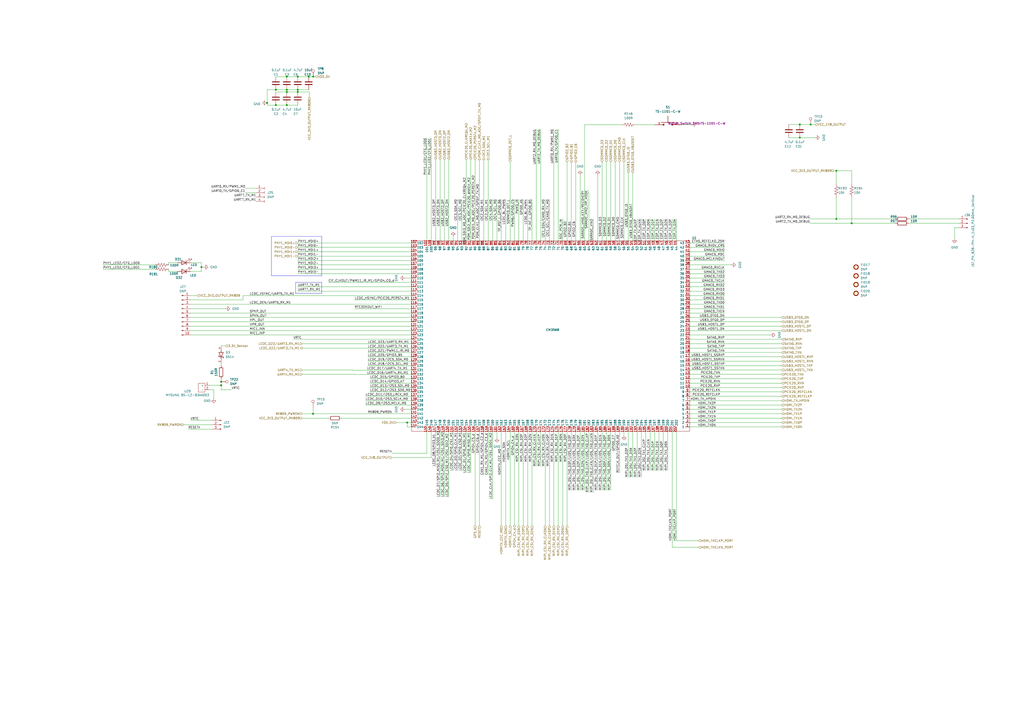
<source format=kicad_sch>
(kicad_sch (version 20231120) (generator "eeschema") (generator_version "8.0")
  (paper "A2")
  (junction (at 128.27 223.52))
  (junction (at 172.72 52.07))
  (junction (at 166.37 53.34))
  (junction (at 181.6803 44.45))
  (junction (at 236.22 245.11))
  (junction (at 166.37 52.07))
  (junction (at 179.07 44.45))
  (junction (at 470.2454 72.2187))
  (junction (at 160.02 60.96))
  (junction (at 463.9378 79.8387))
  (junction (at 154.94 59.69))
  (junction (at 128.27 221.4273))
  (junction (at 172.72 53.34))
  (junction (at 116.84 154.94))
  (junction (at 172.72 44.45))
  (junction (at 160.02 52.07))
  (junction (at 166.37 60.96))
  (junction (at 494.03 129.54))
  (junction (at 485.14 99.06))
  (junction (at 485.14 127))
  (junction (at 181.61 240.03))
  (junction (at 463.9378 72.2187))
  (junction (at 166.37 44.45))
  (wire (pts (xy 336.55 101.6) (xy 336.55 139.7)))
  (wire (pts (xy 213.36 209.55) (xy 238.76 209.55)))
  (wire (pts (xy 278.13 139.7) (xy 278.13 92.71)))
  (wire (pts (xy 349.25 250.19) (xy 349.25 284.48)))
  (wire (pts (xy 121.4405 223.52) (xy 128.27 223.52)))
  (wire (pts (xy 262.89 137.16) (xy 262.89 139.7)))
  (wire (pts (xy 331.47 250.19) (xy 331.47 284.48)))
  (wire (pts (xy 204.47 214.63) (xy 204.47 214.7035)))
  (wire (pts (xy 140.97 171.45) (xy 238.76 171.45)))
  (wire (pts (xy 234.95 161.29) (xy 238.76 161.29)))
  (wire (pts (xy 361.95 252.73) (xy 361.95 250.19)))
  (wire (pts (xy 110.49 179.07) (xy 130.81 179.07)))
  (wire (pts (xy 400.05 234.95) (xy 453.39 234.95)))
  (wire (pts (xy 349.25 93.98) (xy 349.25 139.7)))
  (wire (pts (xy 463.9378 72.2187) (xy 470.2454 72.2187)))
  (wire (pts (xy 323.85 74.93) (xy 323.85 139.7)))
  (wire (pts (xy 205.74 173.99) (xy 238.76 173.99)))
  (wire (pts (xy 323.85 250.19) (xy 323.85 304.8)))
  (wire (pts (xy 175.26 242.57) (xy 190.5 242.57)))
  (wire (pts (xy 172.72 158.75) (xy 238.76 158.75)))
  (wire (pts (xy 110.49 189.23) (xy 238.76 189.23)))
  (wire (pts (xy 227.33 262.89) (xy 247.65 262.89)))
  (wire (pts (xy 318.77 115.57) (xy 318.77 139.7)))
  (wire (pts (xy 116.84 154.94) (xy 116.84 157.48)))
  (wire (pts (xy 369.57 127) (xy 369.57 139.7)))
  (wire (pts (xy 483.87 99.06) (xy 485.14 99.06)))
  (wire (pts (xy 469.9 127) (xy 485.14 127)))
  (wire (pts (xy 288.29 139.7) (xy 288.29 115.57)))
  (wire (pts (xy 400.05 242.57) (xy 453.39 242.57)))
  (wire (pts (xy 336.55 250.19) (xy 336.55 284.48)))
  (wire (pts (xy 369.57 250.19) (xy 369.57 276.86)))
  (wire (pts (xy 400.05 156.21) (xy 420.37 156.21)))
  (wire (pts (xy 214.63 224.79) (xy 238.76 224.79)))
  (wire (pts (xy 205.74 217.2435) (xy 216.6905 217.2435)))
  (wire (pts (xy 556.26 127) (xy 527.05 127)))
  (wire (pts (xy 172.72 148.59) (xy 238.76 148.59)))
  (wire (pts (xy 278.13 250.19) (xy 278.13 304.8)))
  (wire (pts (xy 400.05 214.63) (xy 453.39 214.63)))
  (wire (pts (xy 339.09 250.19) (xy 339.09 284.48)))
  (wire (pts (xy 213.36 207.01) (xy 238.76 207.01)))
  (wire (pts (xy 384.81 250.19) (xy 384.81 273.05)))
  (wire (pts (xy 400.05 161.29) (xy 420.37 161.29)))
  (wire (pts (xy 142.24 109.22) (xy 148.59 109.22)))
  (wire (pts (xy 494.03 106.68) (xy 494.03 99.06)))
  (wire (pts (xy 295.9367 266.7) (xy 295.9367 304.7421)))
  (wire (pts (xy 400.05 204.47) (xy 453.39 204.47)))
  (wire (pts (xy 494.03 129.54) (xy 519.43 129.54)))
  (wire (pts (xy 485.14 99.06) (xy 485.14 106.68)))
  (wire (pts (xy 387.35 127) (xy 387.35 139.7)))
  (wire (pts (xy 110.49 186.69) (xy 238.76 186.69)))
  (wire (pts (xy 389.89 250.19) (xy 389.89 317.5)))
  (wire (pts (xy 154.94 52.07) (xy 154.94 59.69)))
  (wire (pts (xy 326.39 250.19) (xy 326.39 304.8)))
  (wire (pts (xy 238.76 234.95) (xy 212.09 234.95)))
  (wire (pts (xy 110.49 194.31) (xy 238.76 194.31)))
  (wire (pts (xy 400.05 191.77) (xy 453.39 191.77)))
  (wire (pts (xy 400.05 199.39) (xy 453.39 199.39)))
  (wire (pts (xy 351.79 250.19) (xy 351.79 284.48)))
  (wire (pts (xy 334.01 250.19) (xy 334.01 284.48)))
  (wire (pts (xy 553.72 132.08) (xy 553.72 138.43)))
  (wire (pts (xy 351.79 93.98) (xy 351.79 139.7)))
  (wire (pts (xy 400.05 209.55) (xy 453.39 209.55)))
  (wire (pts (xy 236.22 245.11) (xy 238.76 245.11)))
  (wire (pts (xy 172.72 151.13) (xy 238.76 151.13)))
  (wire (pts (xy 400.05 245.11) (xy 453.39 245.11)))
  (wire (pts (xy 334.01 93.9594) (xy 334.01 139.7)))
  (wire (pts (xy 354.33 250.19) (xy 354.33 284.48)))
  (wire (pts (xy 160.02 44.45) (xy 166.37 44.45)))
  (wire (pts (xy 273.05 250.19) (xy 273.05 274.32)))
  (wire (pts (xy 400.05 237.49) (xy 453.39 237.49)))
  (wire (pts (xy 339.09 72.3102) (xy 339.09 139.7)))
  (wire (pts (xy 326.39 127) (xy 326.39 139.7)))
  (wire (pts (xy 102.87 152.4) (xy 97.79 152.4)))
  (wire (pts (xy 250.19 265.43) (xy 250.19 250.19)))
  (wire (pts (xy 175.26 199.39) (xy 238.76 199.39)))
  (wire (pts (xy 298.45 115.57) (xy 298.45 139.7)))
  (wire (pts (xy 290.83 139.7) (xy 290.83 115.57)))
  (wire (pts (xy 123.9805 226.1335) (xy 121.4405 226.1335)))
  (wire (pts (xy 311.15 250.19) (xy 311.15 270.51)))
  (wire (pts (xy 97.79 152.4) (xy 97.79 153.67)))
  (wire (pts (xy 172.72 140.97) (xy 238.76 140.97)))
  (wire (pts (xy 367.03 250.19) (xy 367.03 276.86)))
  (wire (pts (xy 172.72 156.21) (xy 238.76 156.21)))
  (wire (pts (xy 344.17 127) (xy 344.17 139.7)))
  (wire (pts (xy 400.05 201.93) (xy 453.39 201.93)))
  (wire (pts (xy 377.19 250.19) (xy 377.19 273.05)))
  (wire (pts (xy 166.37 44.45) (xy 172.72 44.45)))
  (wire (pts (xy 400.05 184.15) (xy 453.39 184.15)))
  (wire (pts (xy 229.87 245.11) (xy 236.22 245.11)))
  (wire (pts (xy 59.69 153.67) (xy 90.17 153.67)))
  (wire (pts (xy 265.43 139.7) (xy 265.43 115.57)))
  (wire (pts (xy 267.97 250.19) (xy 267.97 273.05)))
  (wire (pts (xy 190.5 163.83) (xy 238.76 163.83)))
  (wire (pts (xy 172.72 52.07) (xy 166.37 52.07)))
  (wire (pts (xy 311.15 74.93) (xy 311.15 139.7)))
  (wire (pts (xy 400.05 232.41) (xy 453.39 232.41)))
  (wire (pts (xy 341.1505 112.0971) (xy 341.63 112.0971)))
  (wire (pts (xy 344.17 250.19) (xy 344.17 285.75)))
  (wire (pts (xy 321.31 74.93) (xy 321.31 139.7)))
  (wire (pts (xy 238.76 229.87) (xy 212.09 229.87)))
  (wire (pts (xy 172.72 143.51) (xy 238.76 143.51)))
  (wire (pts (xy 400.05 222.25) (xy 453.39 222.25)))
  (wire (pts (xy 283.21 139.7) (xy 283.21 92.6609)))
  (wire (pts (xy 160.02 53.34) (xy 166.37 53.34)))
  (wire (pts (xy 485.14 127) (xy 519.43 127)))
  (wire (pts (xy 170.18 196.85) (xy 238.76 196.85)))
  (wire (pts (xy 400.05 240.03) (xy 453.39 240.03)))
  (wire (pts (xy 400.05 168.91) (xy 420.37 168.91)))
  (wire (pts (xy 257.81 250.19) (xy 257.81 288.29)))
  (wire (pts (xy 400.05 181.61) (xy 420.37 181.61)))
  (wire (pts (xy 306.07 115.57) (xy 306.07 139.7)))
  (wire (pts (xy 341.63 250.19) (xy 341.63 285.75)))
  (wire (pts (xy 379.73 250.19) (xy 379.73 273.05)))
  (wire (pts (xy 382.27 127) (xy 382.27 139.7)))
  (wire (pts (xy 339.09 72.3102) (xy 360.7793 72.3102)))
  (wire (pts (xy 295.91 139.7) (xy 295.91 93.98)))
  (wire (pts (xy 400.05 219.71) (xy 453.39 219.71)))
  (wire (pts (xy 316.23 115.57) (xy 316.23 139.7)))
  (wire (pts (xy 356.87 250.19) (xy 356.87 261.62)))
  (wire (pts (xy 102.87 157.48) (xy 97.79 157.48)))
  (wire (pts (xy 368.3993 72.3102) (xy 379.8293 72.3102)))
  (wire (pts (xy 300.99 250.19) (xy 300.99 304.8)))
  (wire (pts (xy 123.9805 231.2135) (xy 123.9805 226.1335)))
  (wire (pts (xy 382.27 250.19) (xy 382.27 273.05)))
  (wire (pts (xy 318.77 250.19) (xy 318.77 304.8)))
  (wire (pts (xy 128.27 212.09) (xy 128.27 210.82)))
  (wire (pts (xy 400.05 173.99) (xy 420.37 173.99)))
  (wire (pts (xy 275.59 250.19) (xy 275.59 304.8)))
  (wire (pts (xy 142.24 111.76) (xy 148.59 111.76)))
  (wire (pts (xy 128.27 226.1335) (xy 134.294 226.1335)))
  (wire (pts (xy 234.95 237.49) (xy 238.76 237.49)))
  (wire (pts (xy 400.05 207.01) (xy 453.39 207.01)))
  (wire (pts (xy 172.72 166.37) (xy 238.76 166.37)))
  (wire (pts (xy 128.27 221.4273) (xy 128.27 223.52)))
  (wire (pts (xy 198.12 242.57) (xy 238.76 242.57)))
  (wire (pts (xy 384.81 127) (xy 384.81 139.7)))
  (wire (pts (xy 172.72 44.45) (xy 179.07 44.45)))
  (wire (pts (xy 341.1505 110.2999) (xy 341.1505 112.0971)))
  (wire (pts (xy 485.14 114.3) (xy 485.14 127)))
  (wire (pts (xy 213.36 212.09) (xy 238.76 212.09)))
  (wire (pts (xy 457.5878 72.2187) (xy 463.9378 72.2187)))
  (wire (pts (xy 116.84 152.4) (xy 110.49 152.4)))
  (wire (pts (xy 341.63 112.0971) (xy 341.63 139.7)))
  (wire (pts (xy 313.69 250.19) (xy 313.69 270.51)))
  (wire (pts (xy 400.05 140.97) (xy 420.37 140.97)))
  (wire (pts (xy 252.73 250.19) (xy 252.73 270.51)))
  (wire (pts (xy 372.11 127) (xy 372.11 139.7)))
  (wire (pts (xy 205.74 179.07) (xy 238.76 179.07)))
  (wire (pts (xy 166.37 53.34) (xy 172.72 53.34)))
  (wire (pts (xy 265.43 250.19) (xy 265.43 273.05)))
  (wire (pts (xy 262.89 250.19) (xy 262.89 273.05)))
  (wire (pts (xy 154.94 60.96) (xy 160.02 60.96)))
  (wire (pts (xy 280.67 92.71) (xy 280.67 139.7)))
  (wire (pts (xy 303.53 115.57) (xy 303.53 139.7)))
  (wire (pts (xy 400.05 186.69) (xy 453.39 186.69)))
  (wire (pts (xy 179.07 52.07) (xy 172.72 52.07)))
  (wire (pts (xy 321.31 250.19) (xy 321.31 304.8)))
  (wire (pts (xy 328.93 93.98) (xy 328.93 139.7)))
  (wire (pts (xy 236.22 247.65) (xy 236.22 245.11)))
  (wire (pts (xy 179.07 44.45) (xy 181.6803 44.45)))
  (wire (pts (xy 214.63 222.25) (xy 238.76 222.25)))
  (wire (pts (xy 213.36 204.47) (xy 238.76 204.47)))
  (wire (pts (xy 400.05 179.07) (xy 420.37 179.07)))
  (wire (pts (xy 469.9 129.54) (xy 494.03 129.54)))
  (wire (pts (xy 313.69 74.93) (xy 313.69 139.7)))
  (wire (pts (xy 400.05 247.65) (xy 453.39 247.65)))
  (wire (pts (xy 160.02 60.96) (xy 166.37 60.96)))
  (wire (pts (xy 400.05 196.85) (xy 453.39 196.85)))
  (wire (pts (xy 130.81 200.66) (xy 128.27 200.66)))
  (wire (pts (xy 308.61 250.19) (xy 308.61 304.8)))
  (wire (pts (xy 179.4488 53.34) (xy 172.72 53.34)))
  (wire (pts (xy 400.05 212.09) (xy 453.39 212.09)))
  (wire (pts (xy 205.74 217.17) (xy 205.74 217.2435)))
  (wire (pts (xy 172.72 168.91) (xy 238.76 168.91)))
  (wire (pts (xy 300.99 115.57) (xy 300.99 139.7)))
  (wire (pts (xy 400.05 224.79) (xy 453.39 224.79)))
  (wire (pts (xy 175.26 240.03) (xy 181.61 240.03)))
  (wire (pts (xy 379.73 127) (xy 379.73 139.7)))
  (wire (pts (xy 400.05 148.59) (xy 420.37 148.59)))
  (wire (pts (xy 238.76 232.41) (xy 212.09 232.41)))
  (wire (pts (xy 316.23 250.19) (xy 316.23 304.8)))
  (wire (pts (xy 260.35 250.19) (xy 260.35 288.29)))
  (wire (pts (xy 400.05 143.51) (xy 420.37 143.51)))
  (wire (pts (xy 361.95 93.98) (xy 361.95 139.7)))
  (wire (pts (xy 110.49 176.53) (xy 238.76 176.53)))
  (wire (pts (xy 204.47 214.7035) (xy 215.4205 214.7035)))
  (wire (pts (xy 283.21 250.19) (xy 283.21 275.59)))
  (wire (pts (xy 227.33 265.43) (xy 250.19 265.43)))
  (wire (pts (xy 470.2454 72.2187) (xy 472.8278 72.2187)))
  (wire (pts (xy 59.69 156.21) (xy 90.17 156.21)))
  (wire (pts (xy 494.03 129.54) (xy 494.03 114.3)))
  (wire (pts (xy 179.4488 53.34) (xy 179.4488 56.2945)))
  (wire (pts (xy 359.41 250.19) (xy 359.41 274.32)))
  (wire (pts (xy 400.05 189.23) (xy 453.39 189.23)))
  (wire (pts (xy 110.49 243.84) (xy 123.19 243.84)))
  (wire (pts (xy 424.18 153.67) (xy 400.05 153.67)))
  (wire (pts (xy 260.35 92.71) (xy 260.35 139.7)))
  (wire (pts (xy 374.65 127) (xy 374.65 139.7)))
  (wire (pts (xy 110.49 184.15) (xy 238.76 184.15)))
  (wire (pts (xy 118.11 154.94) (xy 116.84 154.94)))
  (wire (pts (xy 267.97 139.7) (xy 267.97 115.57)))
  (wire (pts (xy 389.89 127) (xy 389.89 139.7)))
  (wire (pts (xy 97.79 157.48) (xy 97.79 156.21)))
  (wire (pts (xy 293.37 139.7) (xy 293.37 115.57)))
  (wire (pts (xy 172.72 146.05) (xy 238.76 146.05)))
  (wire (pts (xy 364.49 250.19) (xy 364.49 276.86)))
  (wire (pts (xy 400.05 176.53) (xy 420.37 176.53)))
  (wire (pts (xy 285.75 250.19) (xy 285.75 289.56)))
  (wire (pts (xy 494.03 99.06) (xy 485.14 99.06)))
  (wire (pts (xy 273.05 139.7) (xy 273.05 92.71)))
  (wire (pts (xy 270.51 250.19) (xy 270.51 274.32)))
  (wire (pts (xy 400.05 171.45) (xy 420.37 171.45)))
  (wire (pts (xy 160.02 52.07) (xy 154.94 52.07)))
  (wire (pts (xy 295.9367 266.7) (xy 295.91 266.7)))
  (wire (pts (xy 140.97 173.99) (xy 110.49 173.99)))
  (wire (pts (xy 181.61 240.03) (xy 238.76 240.03)))
  (wire (pts (xy 128.27 219.71) (xy 128.27 221.4273)))
  (wire (pts (xy 400.05 158.75) (xy 420.37 158.75)))
  (wire (pts (xy 116.84 154.94) (xy 116.84 152.4)))
  (wire (pts (xy 556.26 132.08) (xy 553.72 132.08)))
  (wire (pts (xy 175.26 242.57) (xy 175.26 242.5564)))
  (wire (pts (xy 387.35 250.19) (xy 387.35 273.05)))
  (wire (pts (xy 346.71 250.19) (xy 346.71 284.48)))
  (wire (pts (xy 181.6803 44.45) (xy 182.88 44.45)))
  (wire (pts (xy 405.13 313.69) (xy 392.43 313.69)))
  (wire (pts (xy 308.61 115.57) (xy 308.61 139.7)))
  (wire (pts (xy 400.05 166.37) (xy 420.37 166.37)))
  (wire (pts (xy 392.43 127) (xy 392.43 139.7)))
  (wire (pts (xy 457.5878 79.8387) (xy 463.9378 79.8387)))
  (wire (pts (xy 303.53 250.19) (xy 303.53 304.8)))
  (wire (pts (xy 356.87 93.98) (xy 356.87 139.7)))
  (wire (pts (xy 214.63 219.71) (xy 238.76 219.71)))
  (wire (pts (xy 175.26 201.93) (xy 238.76 201.93)))
  (wire (pts (xy 463.9378 79.8387) (xy 472.8278 79.8387)))
  (wire (pts (xy 166.37 52.07) (xy 160.02 52.07)))
  (wire (pts (xy 106.68 246.38) (xy 123.19 246.38)))
  (wire (pts (xy 346.71 101.6) (xy 346.71 139.7)))
  (wire (pts (xy 328.93 250.19) (xy 328.93 304.8)))
  (wire (pts (xy 110.49 171.45) (xy 114.3 171.45)))
  (wire (pts (xy 377.19 127) (xy 377.19 139.7)))
  (wire (pts (xy 293.37 250.19) (xy 293.37 304.8)))
  (wire (pts (xy 447.04 194.31) (xy 400.05 194.31)))
  (wire (pts (xy 405.13 317.5) (xy 389.89 317.5)))
  (wire (pts (xy 354.33 93.98) (xy 354.33 139.7)))
  (wire (pts (xy 140.97 171.45) (xy 140.97 173.99)))
  (wire (pts (xy 175.26 217.17) (xy 205.74 217.17)))
  (wire (pts (xy 110.49 191.77) (xy 238.76 191.77)))
  (wire (pts (xy 288.29 254) (xy 288.29 250.19)))
  (wire (pts (xy 400.05 146.05) (xy 420.37 146.05)))
  (wire (pts (xy 359.41 93.98) (xy 359.41 139.7)))
  (wire (pts (xy 290.83 250.19) (xy 290.83 304.8)))
  (wire (pts (xy 295.91 266.7) (xy 295.91 250.19)))
  (wire (pts (xy 270.51 139.7) (xy 270.51 92.71)))
  (wire (pts (xy 166.37 60.96) (xy 172.72 60.96)))
  (wire (pts (xy 110.49 181.61) (xy 238.76 181.61)))
  (wire (pts (xy 214.63 227.33) (xy 238.76 227.33)))
  (wire (pts (xy 128.27 226.1335) (xy 128.27 223.52)))
  (wire (pts (xy 331.47 93.9594) (xy 331.47 139.7)))
  (wire (pts (xy 400.05 163.83) (xy 420.37 163.83)))
  (wire (pts (xy 275.59 139.7) (xy 275.59 92.71)))
  (wire (pts (xy 109.22 248.92) (xy 123.19 248.92)))
  (wire (pts (xy 252.73 92.71) (xy 252.73 139.7)))
  (wire (pts (xy 280.67 250.19) (xy 280.67 275.59)))
  (wire (pts (xy 250.19 80.01) (xy 250.19 139.7)))
  (wire (pts (xy 400.05 229.87) (xy 453.39 229.87)))
  (wire (pts (xy 154.94 59.69) (xy 154.94 60.96)))
  (wire (pts (xy 400.05 151.13) (xy 420.37 151.13)))
  (wire (pts (xy 181.61 236.22) (xy 181.61 240.03)))
  (wire (pts (xy 374.65 250.19) (xy 374.65 273.05)))
  (wire (pts (xy 255.27 92.71) (xy 255.27 139.7)))
  (wire (pts (xy 238.76 247.65) (xy 236.22 247.65)))
  (wire (pts (xy 372.11 250.19) (xy 372.11 276.86)))
  (wire (pts (xy 364.49 100.33) (xy 364.49 139.7)))
  (wire (pts (xy 247.65 80.01) (xy 247.65 139.7)))
  (wire (pts (xy 172.72 153.67) (xy 238.76 153.67)))
  (wire (pts (xy 556.26 129.54) (xy 527.05 129.54)))
  (wire (pts (xy 257.81 92.71) (xy 257.81 139.7)))
  (wire (pts (xy 285.75 139.7) (xy 285.75 115.57)))
  (wire (pts (xy 400.05 217.17) (xy 453.39 217.17)))
  (wire (pts (xy 392.43 250.19) (xy 392.43 313.69)))
  (wire (pts (xy 215.4205 214.7035) (xy 238.76 214.63)))
  (wire (pts (xy 255.27 250.19) (xy 255.27 288.29)))
  (wire (pts (xy 247.65 250.19) (xy 247.65 262.89)))
  (wire (pts (xy 395.0693 72.3102) (xy 401.4193 72.3102)))
  (wire (pts (xy 298.45 250.19) (xy 298.45 304.8)))
  (wire (pts (xy 216.6905 217.2435) (xy 238.76 217.17)))
  (wire (pts (xy 306.07 250.19) (xy 306.07 304.8)))
  (wire (pts (xy 116.84 157.48) (xy 110.49 157.48)))
  (wire (pts (xy 121.4405 223.52) (xy 121.4405 223.5935)))
  (wire (pts (xy 175.26 214.63) (xy 204.47 214.63)))
  (wire (pts (xy 400.05 227.33) (xy 453.39 227.33)))
  (wire (pts (xy 367.03 100.33) (xy 367.03 139.7)))
  (rectangle (start 171.45 163.83) (end 186.69 170.18))
  (rectangle (start 157.48 137.16) (end 186.69 160.02))
  (label "SARADC_VIN0_KEY{slash}RECOVERY" (at 339.09 110.49 270))
  (label "MIPI_DSI_TX1_D3N" (at 367.03 276.86 90))
  (label "UART7_RX_M1" (at 148.59 116.84 180))
  (label "GMAC0_RXD1" (at 420.37 173.99 180))
  (label "LCDC_D12{slash}I2S3_SD0_M0" (at 214.63 227.33 0))
  (label "MIPI_DSI_TX0_D3P{slash}LVDS_TX0_D3P" (at 331.47 284.48 90))
  (label "MIPI_DSI_TX1_CLKN" (at 377.19 273.05 90))
  (label "UART0_RX{slash}PWM1_M0" (at 321.31 74.93 270))
  (label "LCDC_D9{slash}I2S3_MCLK_M0" (at 212.09 234.95 0))
  (label "UART0_TX{slash}GPIO0_C1" (at 142.24 111.76 180))
  (label "SATA0_TXN" (at 420.37 204.47 180))
  (label "USB2_HOST2_DN" (at 260.35 115.57 270))
  (label "MIPI_DSI_TX1_D1N" (at 382.27 273.05 90))
  (label "MIPI_DSI_TX0_D2P{slash}LVDS_TX0_D2P" (at 336.55 284.48 90))
  (label "SOC_PCM_IN" (at 326.39 127 270))
  (label "TP_RST_L_GPIO0_B6" (at 290.83 115.57 270))
  (label "LCDC_D13{slash}I2S3_SDI_M0" (at 214.63 224.79 0))
  (label "LCDC_VSYNC{slash}UART5_TX_M1" (at 144.78 171.45 0))
  (label "HDMITX_CEC_M0" (at 290.83 275.59 90))
  (label "PHY1_LED2{slash}CFG_LDO1" (at 250.19 80.01 270))
  (label "HDMITX_SDA" (at 293.37 267.97 90))
  (label "SATA0_TXP" (at 420.37 201.93 180))
  (label "PCIE20_RXN" (at 417.83 222.25 180))
  (label "SDMMC0_D3" (at 349.25 125.73 270))
  (label "USB3_HOST1_SSTXP" (at 420.37 212.09 180))
  (label "CAN1_RX_M1{slash}GPIO4_C2_d" (at 280.67 275.59 90))
  (label "PCIE20_RXP" (at 417.83 224.79 180))
  (label "GPIO4_C6_d" (at 278.13 262.89 90))
  (label "HDMI_TX0N" (at 415.29 247.65 180))
  (label "GMAC0_TXD1" (at 420.37 179.07 180))
  (label "GMAC0_MDC" (at 420.37 148.59 180))
  (label "MIPI_CSI_RX_D2P" (at 306.07 267.97 90))
  (label "EDP_TX_D0P" (at 374.65 127 270))
  (label "HDMI_TX2N" (at 415.29 237.49 180))
  (label "EDP_TX_D2P" (at 384.81 127 270))
  (label "LCDC_D18{slash}I2C5_SCL_M0" (at 213.36 212.09 0))
  (label "LCDC_D7{slash}SPI2_MISO_M1{slash}I2S1_SDO0_M2" (at 255.27 288.29 90))
  (label "UART0_RX{slash}PWM1_M0" (at 142.24 109.22 180))
  (label "GMAC0_MCLKINOUT" (at 420.37 151.13 180))
  (label "UART7_TX_M1" (at 172.72 166.37 0))
  (label "VRTC" (at 110.49 243.84 0))
  (label "GMAC0_TXD0" (at 420.37 176.53 180))
  (label "MIPI_DSI_TX1_D1P" (at 379.73 273.05 90))
  (label "UART7_TX_M1" (at 148.59 114.3 180))
  (label "SATA0_RXP" (at 420.37 196.85 180))
  (label "HPR_OUT" (at 144.78 189.23 0))
  (label "I2C4_SCL_M0" (at 288.29 115.57 270))
  (label "MIPI_CSI_RX_CLK0N" (at 316.23 270.51 90))
  (label "I2C2_SDA_M1" (at 280.67 115.57 270))
  (label "GPIO4_C4_d" (at 298.45 264.16 90))
  (label "LCDC_D3{slash}SPI0_CLK_M1" (at 265.43 273.05 90))
  (label "SARADC_VIN3" (at 344.17 127 270))
  (label "UART2_RX_M0_DEBUG" (at 311.15 74.93 270))
  (label "SPKP_OUT" (at 144.78 181.61 0))
  (label "PCIE20_TXN" (at 417.83 217.17 180))
  (label "LCDC_D11{slash}I2S3_LRCK_M0" (at 212.09 229.87 0))
  (label "MIPI_DSI_TX0_D3N{slash}LVDS_TX0_D3N" (at 334.01 284.48 90))
  (label "RTC32KOUT_WIFI" (at 205.74 179.07 0))
  (label "PHY1_LED1{slash}CFG_LDO0" (at 247.65 80.01 270))
  (label "GMAC0_TXD3" (at 420.37 161.29 180))
  (label "USB2_HOST2_DP" (at 257.81 115.57 270))
  (label "GMAC0_TXD2" (at 420.37 158.75 180))
  (label "GPIO2_B2" (at 328.93 128.27 270))
  (label "SDMMC0_D2" (at 351.79 125.73 270))
  (label "LCDC_D8{slash}GPIO3_A1" (at 252.73 270.51 90))
  (label "EDP_TX_D1P" (at 379.73 127 270))
  (label "PHY1_MDI2+" (at 172.72 151.13 0))
  (label "I2C4_SDA_M0" (at 285.75 115.57 270))
  (label "SATA0_RXN" (at 420.37 199.39 180))
  (label "ETH0_REFCLKO_25M" (at 420.37 140.97 180))
  (label "HDMI_TX1N" (at 415.29 242.57 180))
  (label "USB2_HOST3_DP" (at 252.73 115.57 270))
  (label "MIPI_DSI_TX0_D1P{slash}LVDS_TX0_D1P" (at 346.71 284.48 90))
  (label "PCIE20_TXP" (at 417.83 219.71 180))
  (label "PHY1_MDI0-" (at 172.72 143.51 0))
  (label "UART0_TX{slash}GPIO0_C1" (at 323.85 74.93 270))
  (label "REFCLK_OUT{slash}GPIO0_A0" (at 359.41 274.32 90))
  (label "USB3_HOST1_DN" (at 420.37 191.77 180))
  (label "MIPI_CSI_RX_CLK1P" (at 313.69 270.51 90))
  (label "MIPI_DSI_TX0_D0P{slash}LVDS_TX0_D0P" (at 351.79 284.48 90))
  (label "HPL_OUT" (at 144.78 186.69 0))
  (label "EDP_TX_D1N" (at 382.27 127 270))
  (label "LCDC_D5{slash}SPI2_CS0_M1{slash}I2S1_SDI2_M2" (at 260.35 288.29 90))
  (label "MIPI_CSI_RX_D0N" (at 326.39 267.97 90))
  (label "PDM_SDI3_M0_ADC{slash}PCIE20_CLKREQn_M2" (at 270.51 102.87 270))
  (label "HDMI_TXCLKP_PORT" (at 392.43 313.69 90))
  (label "PHY1_MDI1+" (at 172.72 146.05 0))
  (label "SDMMC0_DET_L" (at 295.91 115.57 270))
  (label "HDMI_TXCLKN_PORT" (at 389.89 313.69 90))
  (label "USB3_OTG0_DP" (at 420.37 186.69 180))
  (label "LCDC_D14{slash}GPIO3_A7" (at 214.63 222.25 0))
  (label "GMAC0_RXCLK" (at 420.37 156.21 180))
  (label "MIPI_DSI_TX0_CLKN{slash}LVDS_TX0_CLKN" (at 344.17 285.75 90))
  (label "HDMI_TX0P" (at 415.29 245.11 180))
  (label "MIPI_DSI_TX1_D2N" (at 372.11 276.86 90))
  (label "GPIO0_A5" (at 303.53 115.57 270))
  (label "LCDC_CLK{slash}SPI2_CLK_M1{slash}I2S1_SDO1_M2" (at 285.75 289.56 90))
  (label "LCDC_D15{slash}GPIO3_B0" (at 214.63 219.71 0))
  (label "MIPI_DSI_TX0_D2N{slash}LVDS_TX0_D2N" (at 339.09 284.48 90))
  (label "LCDC_HSYNC{slash}PCIE20_PERSTn_M1" (at 205.74 173.99 0))
  (label "LCDC_D21{slash}PWM11_IR_M0" (at 213.36 204.47 0))
  (label "PHY1_MDI3+" (at 172.72 156.21 0))
  (label "MIPI_DSI_TX0_CLKP{slash}LVDS_TX0_CLKP" (at 341.63 285.75 90))
  (label "MIPI_CSI_RX_CLK1N" (at 311.15 270.51 90))
  (label "USB3_HOST1_SSTXN" (at 420.37 214.63 180))
  (label "PHY1_LED2{slash}CFG_LDO1" (at 59.69 156.21 0))
  (label "EDP_TX_AUXP" (at 369.57 127 270))
  (label "MIPI_CSI_RX_D3N" (at 300.99 267.97 90))
  (label "RESETn" (at 227.33 262.89 180))
  (label "SDMMC0_D1" (at 354.33 125.73 270))
  (label "LCDC_D16{slash}UART4_RX_M1" (at 212.8805 217.2435 0))
  (label "VRTC" (at 170.18 196.85 0))
  (label "GMAC0_TXCLK" (at 420.37 163.83 180))
  (label "UART7_RX_M1" (at 172.72 168.91 0))
  (label "MIPI_CSI_RX_CLK0P" (at 318.77 270.51 90))
  (label "LCDC_D1{slash}SPI0_MOSI_M1" (at 270.51 274.32 90))
  (label "LCDC_D20{slash}GPIO3_B5" (at 213.36 207.01 0))
  (label "MIPI_CSI_RX_D1N" (at 321.31 267.97 90))
  (label "EDP_TX_D2N" (at 387.35 127 270))
  (label "PDM_SDI2_M0_ADC{slash}PCIE20_WAKEn_M2" (at 273.05 102.87 270))
  (label "UART2_RX_M0_DEBUG" (at 469.9 127 180))
  (label "USB3_OTG0_DN" (at 420.37 184.15 180))
  (label "CAN1_TX_M1{slash}GPIO4_C3_d" (at 283.21 275.59 90))
  (label "RESETn" (at 109.22 248.92 0))
  (label "PCIE20_REFCLKP" (at 417.83 229.87 180))
  (label "MIPI_CSI_RX_D1P" (at 323.85 267.97 90))
  (label "SDMMC0_CLK" (at 361.95 125.73 270))
  (label "CIF_CLKOUT{slash}PWM11_IR_M1{slash}GPIO4_C0_d" (at 190.5 163.83 0))
  (label "GMAC0_TXEN" (at 420.37 181.61 180))
  (label "MIPI_DSI_TX1_D3P" (at 364.49 276.86 90))
  (label "PHY1_LED2{slash}CFG_LDO0" (at 59.69 153.67 0))
  (label "GPIO0_C7" (at 356.87 261.62 90))
  (label "PDM_SDI1_M0_ADC{slash}PCIE20_PERSTn_M2" (at 275.59 101.6 270))
  (label "I2C3_SCL_M0" (at 267.97 115.57 270))
  (label "USB3_HOST1_SSRXN" (at 420.37 209.55 180))
  (label "SDMMC0_CMD" (at 359.41 125.73 270))
  (label "MIPI_DSI_TX0_D0N{slash}LVDS_TX0_D0N" (at 354.33 284.48 90))
  (label "MIC1_INN" (at 144.78 191.77 0))
  (label "PDM_CLK1_M0_ADC{slash}SPDIF_TX_M0" (at 278.13 106.68 270))
  (label "GPIO4_C5_d" (at 275.59 262.89 90))
  (label "GPIO2_B1" (at 331.47 128.27 270))
  (label "LCDC_D17{slash}UART4_TX_M1" (at 212.8805 214.7035 0))
  (label "PCIE20_REFCLKN" (at 417.83 227.33 180))
  (label "MIC1_INP" (at 144.78 194.31 0))
  (label "SDMMC0_D0" (at 356.87 125.73 270))
  (label "GMAC0_RXDV_CRS" (at 420.37 143.51 180))
  (label "SARADC_VIN2_HP_HOOK" (at 341.1505 110.2999 270))
  (label "USB3_OTG0_ID" (at 364.49 118.11 270))
  (label "EDP_TX_AUXN" (at 372.11 127 270))
  (label "HDMITX_SCL" (at 295.91 266.7 90))
  (label "LCD1_BL_PWM5" (at 293.37 115.57 270))
  (label "EDP_TX_D3P" (at 389.89 127 270))
  (label "LCDC_D1{slash}SPI0_MISO_M1" (at 273.05 274.32 90))
  (label "PHY1_MDI1-" (at 172.72 148.59 0))
  (label "MIPI_DSI_TX1_CLKP" (at 374.65 273.05 90))
  (label "LCDC_D19{slash}I2C5_SDA_M0" (at 213.36 209.55 0))
  (label "LCD0_BL_PWM4" (at 306.07 115.57 270))
  (label "SPKN_OUT" (at 144.78 184.15 0))
  (label "GPIO2_C6" (at 334.01 128.27 270))
  (label "HDMI_TX1P" (at 415.29 240.03 180))
  (label "PWM6{slash}GPIO0_C5" (at 298.45 115.57 270))
  (label "GMAC0_MDIO" (at 420.37 146.05 180))
  (label "EDP_TX_D3N" (at 392.43 127 270))
  (label "MIPI_DSI_TX0_D1N{slash}LVDS_TX0_D1N" (at 349.25 284.48 90))
  (label "I2C1_SDA{slash}CAN0_RX_M0" (at 316.23 115.57 270))
  (label "MIPI_DSI_TX1_D0N" (at 387.35 273.05 90))
  (label "LCDC_DEN{slash}UART5_RX_M1" (at 144.78 176.53 0))
  (label "USB2_HOST3_DN" (at 255.27 115.57 270))
  (label "VRTC" (at 134.294 226.1335 0))
  (label "LCDC_D22{slash}UART3_TX_M1" (at 213.36 201.93 0))
  (label "RK809_PWRON" (at 213.36 240.03 0))
  (label "MIPI_CSI_RX_D3P" (at 303.53 267.97 90))
  (label "PHY1_MDI0+" (at 172.72 140.97 0))
  (label "PWM3_IR" (at 300.99 115.57 270))
  (label "GMAC0_RXD0" (at 420.37 171.45 180))
  (label "LCDC_D4{slash}SPI0_CS1_M1" (at 262.89 273.05 90))
  (label "EDP_TX_D0N" (at 377.19 127 270))
  (label "LCDC_D10{slash}I2S3_SCLK_M0" (at 212.09 232.41 0))
  (label "MIPI_CSI_RX_D2N" (at 308.61 267.97 90))
  (label "UART2_TX_M0_DEBUG" (at 313.69 74.93 270))
  (label "GMAC0_RXD3" (at 420.37 168.91 180))
  (label "I2C2_SCL_M1" (at 283.21 115.57 270))
  (label "LCDC_D2{slash}SPI0_CS0_M1" (at 267.97 273.05 90))
  (label "USB3_HOST1_DP" (at 420.37 189.23 180))
  (label "USB3_OTG0_VBUSDET" (at 367.03 118.11 270))
  (label "HDMI_TX2P" (at 415.29 234.95 180))
  (label "MIPI_DSI_TX1_D0P" (at 384.81 273.05 90))
  (label "LCDC_D6{slash}SPI2_MOSI_M1{slash}I2S1_SDI3_M2" (at 257.81 288.29 90))
  (label "I2C3_SDA_M0" (at 265.43 115.57 270))
  (label "MIPI_CSI_RX_D0P" (at 328.93 267.97 90))
  (label "LCDC_D23{slash}UART3_RX_M1" (at 213.36 199.39 0))
  (label "I2C1_SCL{slash}CAN0_TX_M0" (at 318.77 115.57 270))
  (label "HDMI_TX_HPDIN" (at 415.29 232.41 180))
  (label "UART2_TX_M0_DEBUG" (at 469.9 129.54 180))
  (label "PHY1_MDI2-" (at 172.72 153.67 0))
  (label "MIPI_DSI_TX1_D2P" (at 369.57 276.86 90))
  (label "PHY1_MDI3-" (at 172.72 158.75 0))
  (label "GMAC0_RXD2" (at 420.37 166.37 180))
  (label "USB3_HOST1_SSRXP" (at 420.37 207.01 180))
  (label "TP_INT_L_GPIO0_B5" (at 308.61 115.57 270))
  (hierarchical_label "SDMMC0_D1" (shape input) (at 354.33 93.98 90))
  (hierarchical_label "I2C2_SCL_M1" (shape output) (at 283.21 92.6609 90))
  (hierarchical_label "HDMI_TX2N" (shape input) (at 453.39 237.49 0))
  (hierarchical_label "HDMI_TX0N" (shape input) (at 453.39 247.65 0))
  (hierarchical_label "VCC_1V8_OUTPUT" (shape input) (at 472.8278 72.2187 0))
  (hierarchical_label "VDD_5V" (shape input) (at 182.88 44.45 0))
  (hierarchical_label "USB3_OTG0_DN" (shape input) (at 453.39 184.15 0))
  (hierarchical_label "HDMITX_CEC_M0" (shape input) (at 290.83 304.8 270))
  (hierarchical_label "PHY1_MDI0+" (shape input) (at 172.72 140.97 180))
  (hierarchical_label "SDMMC0_D2" (shape input) (at 351.79 93.98 90))
  (hierarchical_label "PHY1_MDI1-" (shape input) (at 172.72 148.59 180))
  (hierarchical_label "MIPI_CSI_RX_D0P" (shape input) (at 328.93 304.8 270))
  (hierarchical_label "SATA0_TXP" (shape input) (at 453.39 201.93 0))
  (hierarchical_label "PCIE20_REFCLKN" (shape input) (at 453.39 227.33 0))
  (hierarchical_label "USB3_HOST1_RXN" (shape input) (at 453.39 209.55 0))
  (hierarchical_label "PDM_CLK1_M0_ADC{slash}SPDIF_TX_M0" (shape output) (at 278.13 92.71 90))
  (hierarchical_label "USB3_HOST1_TXN" (shape input) (at 453.39 214.63 0))
  (hierarchical_label "MIPI_CSI_RX_D1N" (shape input) (at 321.31 304.8 270))
  (hierarchical_label "SDMMC0_D3" (shape input) (at 349.25 93.98 90))
  (hierarchical_label "USB2_HOST3_DP" (shape input) (at 252.73 92.71 90))
  (hierarchical_label "HDMI_TX_HPDIN" (shape input) (at 453.39 232.41 0))
  (hierarchical_label "VDD_5V" (shape input) (at 229.87 245.11 180))
  (hierarchical_label "HDMI_TX1N" (shape input) (at 453.39 242.57 0))
  (hierarchical_label "RK809_PWRON" (shape input) (at 106.68 246.38 180))
  (hierarchical_label "HDMITX_SCL" (shape input) (at 295.9367 304.7421 270))
  (hierarchical_label "PCIE20_REFCLKP" (shape input) (at 453.39 229.87 0))
  (hierarchical_label "HDMI_TX2P" (shape input) (at 453.39 234.95 0))
  (hierarchical_label "MIPI_CSI_RX_D2P" (shape input) (at 306.07 304.8 270))
  (hierarchical_label "PCIE20_TXN" (shape input) (at 453.39 217.17 0))
  (hierarchical_label "PCIE20_RXN" (shape input) (at 453.39 222.25 0))
  (hierarchical_label "USB3_OTG0_DP" (shape input) (at 453.39 186.69 0))
  (hierarchical_label "LCDC_D22{slash}UART3_TX_M1" (shape output) (at 175.26 201.93 180))
  (hierarchical_label "MIPI_CSI_RX_CLK0N" (shape input) (at 316.23 304.8 270))
  (hierarchical_label "USB2_HOST3_DN" (shape input) (at 255.27 92.71 90))
  (hierarchical_label "I2C2_SDA_M1" (shape output) (at 280.67 92.71 90))
  (hierarchical_label "SATA0_RXP" (shape input) (at 453.39 196.85 0))
  (hierarchical_label "PCIE20_RXP" (shape input) (at 453.39 224.79 0))
  (hierarchical_label "MIPI_CSI_RX_D1P" (shape input) (at 323.85 304.8 270))
  (hierarchical_label "USB3_OTG0_VBUSDET" (shape input) (at 367.03 100.33 90))
  (hierarchical_label "SDMMC0_CMD" (shape input) (at 359.41 93.98 90))
  (hierarchical_label "MIPI_CSI_RX_D0N" (shape input) (at 326.39 304.8 270))
  (hierarchical_label "HDMI_TXCLKP_PORT" (shape input) (at 405.13 313.69 0))
  (hierarchical_label "SATA0_RXN" (shape input) (at 453.39 199.39 0))
  (hierarchical_label "PHY1_MDI1+" (shape input) (at 172.72 146.05 180))
  (hierarchical_label "HDMI_TX0P" (shape input) (at 453.39 245.11 0))
  (hierarchical_label "HDMITX_SDA" (shape input) (at 293.37 304.8 270))
  (hierarchical_label "RESET" (shape input) (at 278.13 304.8 270))
  (hierarchical_label "SDMMC0_CLK" (shape input) (at 361.95 93.98 90))
  (hierarchical_label "MIPI_CSI_RX_D2N" (shape input) (at 308.61 304.8 270))
  (hierarchical_label "VCC_1V8_OUTPUT" (shape input) (at 227.33 265.43 180))
  (hierarchical_label "USB3_HOST1_DN" (shape input) (at 453.39 191.77 0))
  (hierarchical_label "GPIO2_B2" (shape input) (at 328.93 93.98 90))
  (hierarchical_label "PCIE20_CLKREQn_M2" (shape input) (at 270.51 92.71 90))
  (hierarchical_label "VCC_3V3_OUTPUT_RK809" (shape input) (at 179.4488 56.2945 270))
  (hierarchical_label "LCDC_D23{slash}UART3_RX_M1" (shape input) (at 175.26 199.39 180))
  (hierarchical_label "PCIE20_PERSTn_M2" (shape input) (at 275.59 92.71 90))
  (hierarchical_label "USB3_HOST1_TXP" (shape input) (at 453.39 212.09 0))
  (hierarchical_label "USB2_HOST2_DP" (shape input) (at 257.81 92.71 90))
  (hierarchical_label "PCIE20_WAKEn_M2" (shape input) (at 273.05 92.71 90))
  (hierarchical_label "SDMMC0_D0" (shape input) (at 356.87 93.98 90))
  (hierarchical_label "HDMI_TXCLKN_PORT" (shape input) (at 405.13 317.5 0))
  (hierarchical_label "VCC_3V3_OUTPUT_RK809" (shape input) (at 114.3 171.45 0))
  (hierarchical_label "GPIO2_B1" (shape output) (at 331.47 93.9594 90))
  (hierarchical_label "SDMMC0_DET_L" (shape input) (at 295.91 93.98 90))
  (hierarchical_label "GPIO2_C6" (shape output) (at 334.01 93.9594 90))
  (hierarchical_label "MIPI_CSI_RX_D3P" (shape input) (at 303.53 304.8 270))
  (hierarchical_label "MIPI_CSI_RX_CLK0P" (shape input) (at 318.77 304.8 270))
  (hierarchical_label "PCIE20_TXP" (shape input) (at 453.39 219.71 0))
  (hierarchical_label "3.3V_Sensor" (shape input) (at 130.81 200.66 0))
  (hierarchical_label "USB3_OTG0_ID" (shape input) (at 364.49 100.33 90))
  (hierarchical_label "HDMI_TX1P" (shape input) (at 453.39 240.03 0))
  (hierarchical_label "RK809_PWRON" (shape input) (at 175.26 240.03 180))
  (hierarchical_label "PHY1_MDI0-" (shape input) (at 172.72 143.51 180))
  (hierarchical_label "VCC_3V3_OUTPUT_RK809" (shape input) (at 483.87 99.06 180))
  (hierarchical_label "GP3_A" (shape input) (at 275.59 304.8 270))
  (hierarchical_label "MIPI_CSI_RX_D3N" (shape input) (at 300.99 304.8 270))
  (hierarchical_label "UART4_TX_M1" (shape input) (at 175.26 214.63 180))
  (hierarchical_label "SATA0_TXN" (shape input) (at 453.39 204.47 0))
  (hierarchical_label "USB3_HOST1_RXP" (shape input) (at 453.39 207.01 0))
  (hierarchical_label "USB2_HOST2_DN" (shape input) (at 260.35 92.71 90))
  (hierarchical_label "VCC_3V3_OUTPUT_RK809" (shape input) (at 175.26 242.57 180))
  (hierarchical_label "USB3_HOST1_DP" (shape input) (at 453.39 189.23 0))
  (hierarchical_label "UART4_RX_M1" (shape input) (at 175.26 217.17 180))
  (hierarchical_label "GPIO4_C4_d" (shape output) (at 298.45 304.8 270))
  (symbol (lib_id "Device:C") (at 172.72 48.26 0) (unit 1)
    (property "Reference" "C6" (at 170.18 43.18 0) (effects (justify left)))
    (property "Value" "4.7uF" (at 170.18 40.64 0) (effects (justify left)))
    (property "Footprint" "Capacitor_SMD:C_0603_1608Metric" (effects (hide yes)))
    (property "MPN" "CL10A475KO8NNNC" (effects (hide yes)))
  )
  (symbol (lib_id "SS14:SS14") (at 128.27 205.74 270) (unit 1)
    (property "Reference" "D3" (at 130.81 204.4699 90) (effects (justify left)))
    (property "Value" "SS14" (at 130.81 207.0099 90) (effects (justify left)))
    (property "Footprint" "SS14:DIOM4325X250N" (effects (hide yes)))
    (property "STANDARD" "IPC-7351B" (effects (hide yes)))
    (property "MAXIMUM_PACKAGE_HEIGHT" "2.5 mm" (effects (hide yes)))
    (property "MANUFACTURER" "Taiwan Semiconductor" (effects (hide yes)))
    (property "PARTREV" "O2102" (effects (hide yes)))
    (property "MPN" "SS14 SOD-123FL" (effects (hide yes)))
  )
  (symbol (lib_id "power:GND") (at 234.95 237.49 270) (unit 1)
    (property "Reference" "#PWR044" (effects (hide yes)))
    (property "Value" "GND" (at 229.87 237.49 0))
  )
  (symbol (lib_id "power:GND") (at 336.55 101.6 180) (unit 1)
    (property "Reference" "#PWR047" (effects (hide yes)))
    (property "Value" "GND" (at 336.55 96.52 0))
  )
  (symbol (lib_id "power:GND") (at 361.95 252.73 0) (unit 1)
    (property "Reference" "#PWR049" (effects (hide yes)))
    (property "Value" "GND" (at 361.95 257.81 0))
  )
  (symbol (lib_id "Mechanical:Fiducial") (at 496.57 170.18 0) (unit 1)
    (property "Reference" "FID20" (at 499.11 168.9099 0) (effects (justify left)))
    (property "Value" "DNP" (at 499.11 171.4499 0) (effects (justify left)))
    (property "Footprint" "Fiducial:Fiducial_0.5mm_Mask1mm" (effects (hide yes)))
    (property "Description" "Fiducial Marker" (effects (hide yes)))
  )
  (symbol (lib_id "Device:R_US") (at 494.03 110.49 180) (unit 1)
    (property "Reference" "R194" (at 495.3 109.22 0) (effects (justify right)))
    (property "Value" "10K" (at 495.3 111.76 0) (effects (justify right)))
    (property "Footprint" "Resistor_SMD:R_0603_1608Metric" (effects (hide yes)))
    (property "Description" "Resistor, US symbol" (effects (hide yes)))
    (property "MPN" "0603WAF1002T5E" (effects (hide yes)))
  )
  (symbol (lib_id "Connector:Conn_01x03_Pin") (at 561.34 129.54 0) (mirror y) (unit 1)
    (property "Reference" "J36" (at 559.308 124.714 0) (effects (justify right)))
    (property "Value" "JST_PH_B2B-PH-K_1x03_P2.00mm_Vertical" (at 564.388 112.776 90) (effects (justify right)))
    (property "Footprint" "Connector_JST:JST_PH_B3B-PH-K_1x03_P2.00mm_Vertical" (effects (hide yes)))
    (property "Description" "Generic connector, single row, 01x03, script generated" (effects (hide yes)))
    (property "MPN" "JST_PH_B2B-PH-K_1x03_P2.00mm_Vertical" (effects (hide yes)))
  )
  (symbol (lib_id "Device:C") (at 160.02 57.15 0) (unit 1)
    (property "Reference" "C2" (at 158.75 66.04 0) (effects (justify left)))
    (property "Value" "0.1uF" (at 157.48 63.5 0) (effects (justify left)))
    (property "Footprint" "Capacitor_SMD:C_0603_1608Metric" (effects (hide yes)))
  )
  (symbol (lib_id "Device:LED") (at 106.68 152.4 180) (unit 1)
    (property "Reference" "D31" (at 103.378 150.368 0))
    (property "Value" "LED" (at 112.522 153.67 0))
    (property "Footprint" "LED_SMD:LED_0402_1005Metric" (effects (hide yes)))
    (property "Description" "Light emitting diode" (effects (hide yes)))
  )
  (symbol (lib_id "power:GND") (at 288.29 254 0) (unit 1)
    (property "Reference" "#PWR046" (effects (hide yes)))
    (property "Value" "GND" (at 288.29 259.08 0))
  )
  (symbol (lib_id "Device:R") (at 194.31 242.57 90) (unit 1)
    (property "Reference" "R154" (at 194.31 247.8278 90))
    (property "Value" "DNP" (at 194.31 245.5164 90))
    (property "Footprint" "Resistor_SMD:R_0603_1608Metric" (effects (hide yes)))
  )
  (symbol (lib_id "Mechanical:Fiducial") (at 496.57 160.02 0) (unit 1)
    (property "Reference" "FID18" (at 499.11 158.7499 0) (effects (justify left)))
    (property "Value" "DNP" (at 499.11 161.2899 0) (effects (justify left)))
    (property "Footprint" "Fiducial:Fiducial_0.5mm_Mask1mm" (effects (hide yes)))
    (property "Description" "Fiducial Marker" (effects (hide yes)))
  )
  (symbol (lib_id "Device:R") (at 128.27 215.9 0) (unit 1)
    (property "Reference" "R1" (at 123.0122 215.9 90))
    (property "Value" "150R" (at 125.3236 215.9 90))
    (property "Footprint" "Resistor_SMD:R_0603_1608Metric" (effects (hide yes)))
    (property "MPN" "0603WAF1500T5E" (effects (hide yes)))
  )
  (symbol (lib_id "Device:R_US") (at 93.98 153.67 90) (unit 1)
    (property "Reference" "R180" (at 88.9 154.94 90))
    (property "Value" "100R" (at 101.092 153.924 90))
    (property "Footprint" "Resistor_SMD:R_0603_1608Metric" (effects (hide yes)))
    (property "Description" "Resistor, US symbol" (effects (hide yes)))
    (property "MPN" "0603WAF1000T5E" (effects (hide yes)))
  )
  (symbol (lib_id "TL1015AF160QG:TL1015AF160QG") (at 387.4493 72.3102 0) (unit 1)
    (property "Reference" "S1" (at 387.4493 62.1502 0))
    (property "Value" "TS-1101-C-W" (at 387.4493 64.6902 0))
    (property "Footprint" "Button_Switch_SMD:TS-1101-C-W" (at 387.4493 72.3102 0) (effects (justify left bottom)))
    (property "Description" "\\nTactile Switch SPST-NO Top Actuated Surface Mount\\n" (effects (hide yes)))
    (property "MAXIMUM_PACKAGE_HEIGHT" "2.1 mm" (effects (hide yes)))
    (property "Package" "None" (effects (hide yes)))
    (property "Price" "None" (effects (hide yes)))
    (property "Check_prices" "https://www.snapeda.com/parts/TL1015AF160QG/E-Switch/view-part/?ref=eda" (effects (hide yes)))
    (property "STANDARD" "Manufacturer Recommendations" (effects (hide yes)))
    (property "PARTREV" "F" (effects (hide yes)))
    (property "SnapEDA_Link" "https://www.snapeda.com/parts/TL1015AF160QG/E-Switch/view-part/?ref=snap" (effects (hide yes)))
    (property "MP" "TL1015AF160QG" (effects (hide yes)))
    (property "Purchase-URL" "https://www.snapeda.com/api/url_track_click_mouser/?unipart_id=298646&manufacturer=E-Switch&part_name=TL1015AF160QG&search_term=switch" (effects (hide yes)))
    (property "Availability" "In Stock" (effects (hide yes)))
    (property "MANUFACTURER" "E-Switch" (effects (hide yes)))
    (property "MPN" "6*3.6*2.5mm 立贴 轻触开关" (effects (hide yes)))
  )
  (symbol (lib_id "Device:C") (at 160.02 48.26 0) (unit 1)
    (property "Reference" "C1" (at 158.75 43.18 0) (effects (justify left)))
    (property "Value" "0.1uF" (at 157.48 40.64 0) (effects (justify left)))
    (property "Footprint" "Capacitor_SMD:C_0603_1608Metric" (effects (hide yes)))
  )
  (symbol (lib_id "power:GND") (at 346.71 101.6 180) (unit 1)
    (property "Reference" "#PWR048" (effects (hide yes)))
    (property "Value" "GND" (at 346.71 96.52 0))
  )
  (symbol (lib_id "Device:C") (at 457.5878 76.0287 0) (unit 1)
    (property "Reference" "C12" (at 455.0478 84.9187 0) (effects (justify left)))
    (property "Value" "4.7uF" (at 455.0478 82.3787 0) (effects (justify left)))
    (property "Footprint" "Capacitor_SMD:C_0603_1608Metric" (effects (hide yes)))
    (property "MPN" "CL10A475KO8NNNC" (effects (hide yes)))
  )
  (symbol (lib_id "power:GND") (at 447.04 194.31 90) (unit 1)
    (property "Reference" "#PWR051" (effects (hide yes)))
    (property "Value" "GND" (at 452.12 194.31 0))
  )
  (symbol (lib_id "power:GND") (at 118.11 154.94 90) (unit 1)
    (property "Reference" "#PWR0107" (effects (hide yes)))
    (property "Value" "GND" (at 121.92 154.9399 90) (effects (justify right)))
  )
  (symbol (lib_id "Connector:Conn_01x10_Pin") (at 105.41 181.61 0) (unit 1)
    (property "Reference" "J27" (at 106.045 166.37 0))
    (property "Value" "DNP" (at 106.045 168.91 0))
    (property "Footprint" "Connector_PinHeader_2.00mm:PinHeader_1x10_P2.00mm_Vertical" (effects (hide yes)))
    (property "Description" "Generic connector, single row, 01x10, script generated" (effects (hide yes)))
  )
  (symbol (lib_id "Mechanical:Fiducial") (at 496.57 165.1 0) (unit 1)
    (property "Reference" "FID19" (at 499.11 163.8299 0) (effects (justify left)))
    (property "Value" "DNP" (at 499.11 166.3699 0) (effects (justify left)))
    (property "Footprint" "Fiducial:Fiducial_0.5mm_Mask1mm" (effects (hide yes)))
    (property "Description" "Fiducial Marker" (effects (hide yes)))
  )
  (symbol (lib_id "power:Earth") (at 401.4193 72.3102 90) (unit 1)
    (property "Reference" "#PWR0191" (effects (hide yes)))
    (property "Value" "Earth" (effects (hide yes)))
    (property "Description" "Power symbol creates a global label with name \"Earth\"" (effects (hide yes)))
  )
  (symbol (lib_id "power:GND") (at 553.72 138.43 0) (unit 1)
    (property "Reference" "#PWR0231" (effects (hide yes)))
    (property "Value" "GND" (at 553.72 143.51 0))
  )
  (symbol (lib_id "Device:R_US") (at 364.5893 72.3102 90) (unit 1)
    (property "Reference" "R146" (at 364.5893 65.9602 90))
    (property "Value" "100R" (at 364.5893 68.5002 90))
    (property "Footprint" "Resistor_SMD:R_0603_1608Metric" (effects (hide yes)))
    (property "Description" "Resistor, US symbol" (effects (hide yes)))
    (property "MPN" "0603WAF1000T5E" (effects (hide yes)))
  )
  (symbol (lib_id "Connector:Conn_01x03_Pin") (at 128.27 246.38 0) (mirror y) (unit 1)
    (property "Reference" "J22" (at 129.54 245.1099 0) (effects (justify right)))
    (property "Value" "DNP" (at 129.54 247.6499 0) (effects (justify right)))
    (property "Footprint" "Connector_PinHeader_2.00mm:PinHeader_1x03_P2.00mm_Vertical" (effects (hide yes)))
    (property "Description" "Generic connector, single row, 01x03, script generated" (effects (hide yes)))
  )
  (symbol (lib_id "Device:R") (at 523.24 127 270) (unit 1)
    (property "Reference" "R96" (at 518.414 125.73 90))
    (property "Value" "10R" (at 530.098 125.73 90))
    (property "Footprint" "Resistor_SMD:R_0402_1005Metric" (effects (hide yes)))
    (property "Description" "Resistor" (effects (hide yes)))
    (property "MPN" "0402WGF100JTCE" (effects (hide yes)))
  )
  (symbol (lib_id "Connector:Conn_01x04_Female") (at 153.67 111.76 0) (unit 1)
    (property "Reference" "J25" (at 154.94 111.7599 0) (effects (justify left)))
    (property "Value" "DNP" (at 154.94 114.2999 0) (effects (justify left)))
    (property "Footprint" "Connector_PinHeader_2.00mm:PinHeader_1x04_P2.00mm_Vertical" (effects (hide yes)))
  )
  (symbol (lib_id "power:GND") (at 154.94 59.69 270) (unit 1)
    (property "Reference" "#PWR033" (effects (hide yes)))
    (property "Value" "GND" (at 151.13 60.325 90) (effects (justify right)))
  )
  (symbol (lib_id "power:GND") (at 234.95 161.29 270) (unit 1)
    (property "Reference" "#PWR043" (effects (hide yes)))
    (property "Value" "GND" (at 229.87 161.29 0))
  )
  (symbol (lib_id "power:GND") (at 130.81 179.07 90) (unit 1)
    (property "Reference" "#PWR075" (effects (hide yes)))
    (property "Value" "GND" (at 134.62 179.0699 90) (effects (justify right)))
  )
  (symbol (lib_id "Device:R_US") (at 93.98 156.21 90) (unit 1)
    (property "Reference" "R181" (at 89.154 159.004 90))
    (property "Value" "100R" (at 100.838 158.75 90))
    (property "Footprint" "Resistor_SMD:R_0603_1608Metric" (effects (hide yes)))
    (property "Description" "Resistor, US symbol" (effects (hide yes)))
    (property "MPN" "0603WAF1000T5E" (effects (hide yes)))
  )
  (symbol (lib_id "Device:R_US") (at 485.14 110.49 180) (unit 1)
    (property "Reference" "R193" (at 486.156 109.22 0) (effects (justify right)))
    (property "Value" "10K" (at 486.156 111.76 0) (effects (justify right)))
    (property "Footprint" "Resistor_SMD:R_0603_1608Metric" (effects (hide yes)))
    (property "Description" "Resistor, US symbol" (effects (hide yes)))
    (property "MPN" "0603WAF1002T5E" (effects (hide yes)))
  )
  (symbol (lib_id "Device:LED") (at 106.68 157.48 180) (unit 1)
    (property "Reference" "D32" (at 103.886 161.036 0))
    (property "Value" "LED" (at 112.014 159.766 0))
    (property "Footprint" "LED_SMD:LED_0402_1005Metric" (effects (hide yes)))
    (property "Description" "Light emitting diode" (effects (hide yes)))
  )
  (symbol (lib_id "MYOUNG BS-02-A1AJ010:BS-02-A1AJ010") (at 117.6305 229.9435 0) (mirror y) (unit 1)
    (property "Reference" "U20" (at 110.7725 226.8955 0) (effects (justify left)))
    (property "Value" "MYOUNG BS-12-B3AA003" (at 108.7405 229.1815 0))
    (property "Footprint" "footprint:BS-12-B3AA003" (effects (hide yes)))
    (property "MPN" "MYOUNG BS-12-B3AA003" (effects (hide yes)))
  )
  (symbol (lib_id "Device:R") (at 523.24 129.54 270) (unit 1)
    (property "Reference" "R97" (at 518.414 128.27 90))
    (property "Value" "10R" (at 530.098 128.27 90))
    (property "Footprint" "Resistor_SMD:R_0402_1005Metric" (effects (hide yes)))
    (property "Description" "Resistor" (effects (hide yes)))
    (property "MPN" "0402WGF100JTCE" (effects (hide yes)))
  )
  (symbol (lib_id "Device:C") (at 172.72 57.15 0) (unit 1)
    (property "Reference" "C7" (at 170.18 66.04 0) (effects (justify left)))
    (property "Value" "10uF" (at 170.18 63.5 0) (effects (justify left)))
    (property "Footprint" "Capacitor_SMD:C_0603_1608Metric" (effects (hide yes)))
    (property "MPN" "CL10A106MO8NQNC" (effects (hide yes)))
  )
  (symbol (lib_id "power:GND") (at 123.9805 231.2135 0) (unit 1)
    (property "Reference" "#PWR042" (effects (hide yes)))
    (property "Value" "GND" (at 120.1705 232.4835 0))
  )
  (symbol (lib_id "Connector:TestPoint") (at 128.27 221.4273 270) (unit 1)
    (property "Reference" "TP22" (at 133.35 220.1572 90) (effects (justify left)))
    (property "Value" "DNP" (at 133.35 222.6972 90) (effects (justify left)))
    (property "Footprint" "TestPoint:TestPoint_Pad_1.0x1.0mm" (effects (hide yes)))
    (property "Description" "test point" (effects (hide yes)))
  )
  (symbol (lib_id "Device:C") (at 463.9378 76.0287 0) (unit 1)
    (property "Reference" "C31" (at 461.3978 84.9187 0) (effects (justify left)))
    (property "Value" "0.1uF" (at 461.3978 82.3787 0) (effects (justify left)))
    (property "Footprint" "Capacitor_SMD:C_0603_1608Metric" (effects (hide yes)))
  )
  (symbol (lib_id "Device:C") (at 166.37 57.15 0) (unit 1)
    (property "Reference" "C4" (at 163.83 66.04 0) (effects (justify left)))
    (property "Value" "4.7uF" (at 163.83 63.5 0) (effects (justify left)))
    (property "Footprint" "Capacitor_SMD:C_0603_1608Metric" (effects (hide yes)))
    (property "MPN" "CL10A475KO8NNNC" (effects (hide yes)))
  )
  (symbol (lib_id "Mechanical:Fiducial") (at 496.57 154.94 0) (unit 1)
    (property "Reference" "FID17" (at 499.11 153.6699 0) (effects (justify left)))
    (property "Value" "DNP" (at 499.11 156.2099 0) (effects (justify left)))
    (property "Footprint" "Fiducial:Fiducial_0.5mm_Mask1mm" (effects (hide yes)))
    (property "Description" "Fiducial Marker" (effects (hide yes)))
  )
  (symbol (lib_id "power:GND") (at 424.18 153.67 90) (unit 1)
    (property "Reference" "#PWR050" (effects (hide yes)))
    (property "Value" "GND" (at 429.26 153.67 0))
  )
  (symbol (lib_id "Connector:TestPoint") (at 470.2454 72.2187 0) (unit 1)
    (property "Reference" "TP10" (at 472.2774 67.6466 0) (effects (justify left)))
    (property "Value" "DNP" (at 472.2774 70.1866 0) (effects (justify left)))
    (property "Footprint" "TestPoint:TestPoint_Pad_1.0x1.0mm" (effects (hide yes)))
    (property "Description" "test point" (effects (hide yes)))
  )
  (symbol (lib_id "Rockchip:CM3568") (at 379.73 224.79 90) (unit 1)
    (property "Reference" "U1" (at 402.7676 138.0138 90))
    (property "Value" "CM3568" (at 320.5765 191.3355 90))
    (property "Footprint" "Rockchip:CM3568" (effects (hide yes)))
    (property "Important" "It will be sent to you by Kevin. It will be sent to us by cargo without assembly." (effects (hide yes)))
    (property "MPN" "CM3568" (effects (hide yes)))
  )
  (symbol (lib_id "Connector:TestPoint") (at 181.61 236.22 0) (unit 1)
    (property "Reference" "TP15" (at 183.642 231.6479 0) (effects (justify left)))
    (property "Value" "DNP" (at 183.642 234.1879 0) (effects (justify left)))
    (property "Footprint" "TestPoint:TestPoint_Pad_1.0x1.0mm" (effects (hide yes)))
    (property "Description" "test point" (effects (hide yes)))
  )
  (symbol (lib_id "Device:C") (at 179.07 48.26 0) (unit 1)
    (property "Reference" "C10" (at 176.53 43.18 0) (effects (justify left)))
    (property "Value" "10uF" (at 176.53 40.64 0) (effects (justify left)))
    (property "Footprint" "Capacitor_SMD:C_0603_1608Metric" (effects (hide yes)))
    (property "MPN" "CL10A106MO8NQNC" (effects (hide yes)))
  )
  (symbol (lib_id "power:GND") (at 262.89 137.16 180) (unit 1)
    (property "Reference" "#PWR045" (effects (hide yes)))
    (property "Value" "GND" (at 262.89 132.08 0))
  )
  (symbol (lib_id "Connector:TestPoint") (at 181.6803 44.45 0) (unit 1)
    (property "Reference" "TP8" (at 184.151 39.8779 0) (effects (justify left)))
    (property "Value" "DNP" (at 184.151 42.4179 0) (effects (justify left)))
    (property "Footprint" "TestPoint:TestPoint_Pad_1.0x1.0mm" (effects (hide yes)))
    (property "Description" "test point" (effects (hide yes)))
  )
  (symbol (lib_id "power:GND") (at 472.8278 79.8387 90) (unit 1)
    (property "Reference" "#PWR052" (effects (hide yes)))
    (property "Value" "GND" (at 477.9078 79.8387 0))
  )
  (symbol (lib_id "Device:C") (at 166.37 48.26 0) (unit 1)
    (property "Reference" "C3" (at 165.1 43.18 0) (effects (justify left)))
    (property "Value" "0.1uF" (at 163.83 40.64 0) (effects (justify left)))
    (property "Footprint" "Capacitor_SMD:C_0603_1608Metric" (effects (hide yes)))
  )
)
</source>
